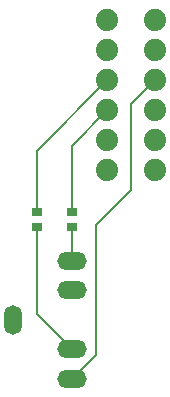
<source format=gtl>
G04*
G04 #@! TF.GenerationSoftware,Altium Limited,CircuitStudio,1.5.2 (30)*
G04*
G04 Layer_Physical_Order=1*
G04 Layer_Color=11767835*
%FSLAX25Y25*%
%MOIN*%
G70*
G01*
G75*
%ADD10R,0.03543X0.02756*%
%ADD11C,0.00591*%
%ADD12O,0.05906X0.09843*%
%ADD13O,0.09843X0.05906*%
%ADD14C,0.07400*%
D10*
X417323Y457283D02*
D03*
Y452165D02*
D03*
X429134Y457283D02*
D03*
Y452165D02*
D03*
D11*
Y457283D02*
Y479252D01*
X417323Y457283D02*
Y477441D01*
Y423228D02*
Y452165D01*
Y423228D02*
X429134Y411417D01*
Y440945D02*
Y452165D01*
Y479252D02*
X440945Y491063D01*
X417323Y477441D02*
X440945Y501063D01*
X448819Y493189D02*
X456693Y501063D01*
X448819Y464567D02*
Y493189D01*
X437008Y452756D02*
X448819Y464567D01*
X437008Y409449D02*
Y452756D01*
X429134Y401575D02*
X437008Y409449D01*
D12*
X409449Y421260D02*
D03*
D13*
X429134Y401575D02*
D03*
Y411417D02*
D03*
Y440945D02*
D03*
Y431102D02*
D03*
D14*
X456693Y521063D02*
D03*
Y511063D02*
D03*
Y501063D02*
D03*
Y491063D02*
D03*
Y481063D02*
D03*
Y471063D02*
D03*
X440945Y471063D02*
D03*
Y481063D02*
D03*
Y491063D02*
D03*
Y501063D02*
D03*
Y511063D02*
D03*
Y521063D02*
D03*
M02*

</source>
